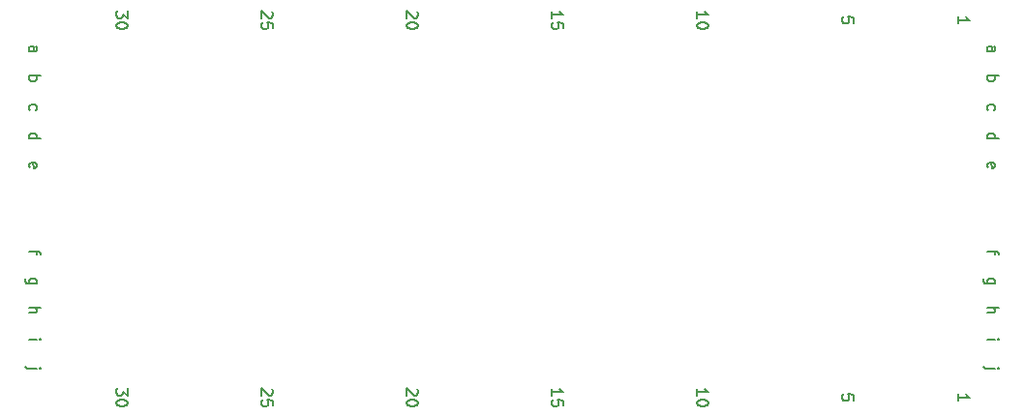
<source format=gbr>
%TF.GenerationSoftware,KiCad,Pcbnew,5.1.9-73d0e3b20d~88~ubuntu20.04.1*%
%TF.CreationDate,2021-01-27T17:21:08-06:00*%
%TF.ProjectId,ProtoPCBs,50726f74-6f50-4434-9273-2e6b69636164,rev?*%
%TF.SameCoordinates,Original*%
%TF.FileFunction,Legend,Top*%
%TF.FilePolarity,Positive*%
%FSLAX46Y46*%
G04 Gerber Fmt 4.6, Leading zero omitted, Abs format (unit mm)*
G04 Created by KiCad (PCBNEW 5.1.9-73d0e3b20d~88~ubuntu20.04.1) date 2021-01-27 17:21:08*
%MOMM*%
%LPD*%
G01*
G04 APERTURE LIST*
%ADD10C,0.150000*%
G04 APERTURE END LIST*
D10*
X149407619Y-66254285D02*
X149931428Y-66254285D01*
X150026666Y-66206666D01*
X150074285Y-66111428D01*
X150074285Y-65920952D01*
X150026666Y-65825714D01*
X149455238Y-66254285D02*
X149407619Y-66159047D01*
X149407619Y-65920952D01*
X149455238Y-65825714D01*
X149550476Y-65778095D01*
X149645714Y-65778095D01*
X149740952Y-65825714D01*
X149788571Y-65920952D01*
X149788571Y-66159047D01*
X149836190Y-66254285D01*
X149407619Y-68365714D02*
X150407619Y-68365714D01*
X150026666Y-68365714D02*
X150074285Y-68460952D01*
X150074285Y-68651428D01*
X150026666Y-68746666D01*
X149979047Y-68794285D01*
X149883809Y-68841904D01*
X149598095Y-68841904D01*
X149502857Y-68794285D01*
X149455238Y-68746666D01*
X149407619Y-68651428D01*
X149407619Y-68460952D01*
X149455238Y-68365714D01*
X149455238Y-71358095D02*
X149407619Y-71262857D01*
X149407619Y-71072380D01*
X149455238Y-70977142D01*
X149502857Y-70929523D01*
X149598095Y-70881904D01*
X149883809Y-70881904D01*
X149979047Y-70929523D01*
X150026666Y-70977142D01*
X150074285Y-71072380D01*
X150074285Y-71262857D01*
X150026666Y-71358095D01*
X149407619Y-73874285D02*
X150407619Y-73874285D01*
X149455238Y-73874285D02*
X149407619Y-73779047D01*
X149407619Y-73588571D01*
X149455238Y-73493333D01*
X149502857Y-73445714D01*
X149598095Y-73398095D01*
X149883809Y-73398095D01*
X149979047Y-73445714D01*
X150026666Y-73493333D01*
X150074285Y-73588571D01*
X150074285Y-73779047D01*
X150026666Y-73874285D01*
X149455238Y-76390476D02*
X149407619Y-76295238D01*
X149407619Y-76104761D01*
X149455238Y-76009523D01*
X149550476Y-75961904D01*
X149931428Y-75961904D01*
X150026666Y-76009523D01*
X150074285Y-76104761D01*
X150074285Y-76295238D01*
X150026666Y-76390476D01*
X149931428Y-76438095D01*
X149836190Y-76438095D01*
X149740952Y-75961904D01*
X150074285Y-83629523D02*
X150074285Y-84010476D01*
X149407619Y-83772380D02*
X150264761Y-83772380D01*
X150360000Y-83820000D01*
X150407619Y-83915238D01*
X150407619Y-84010476D01*
X150074285Y-86574285D02*
X149264761Y-86574285D01*
X149169523Y-86526666D01*
X149121904Y-86479047D01*
X149074285Y-86383809D01*
X149074285Y-86240952D01*
X149121904Y-86145714D01*
X149455238Y-86574285D02*
X149407619Y-86479047D01*
X149407619Y-86288571D01*
X149455238Y-86193333D01*
X149502857Y-86145714D01*
X149598095Y-86098095D01*
X149883809Y-86098095D01*
X149979047Y-86145714D01*
X150026666Y-86193333D01*
X150074285Y-86288571D01*
X150074285Y-86479047D01*
X150026666Y-86574285D01*
X149407619Y-88685714D02*
X150407619Y-88685714D01*
X149407619Y-89114285D02*
X149931428Y-89114285D01*
X150026666Y-89066666D01*
X150074285Y-88971428D01*
X150074285Y-88828571D01*
X150026666Y-88733333D01*
X149979047Y-88685714D01*
X149407619Y-91440000D02*
X150074285Y-91440000D01*
X150407619Y-91440000D02*
X150360000Y-91392380D01*
X150312380Y-91440000D01*
X150360000Y-91487619D01*
X150407619Y-91440000D01*
X150312380Y-91440000D01*
X150074285Y-93980000D02*
X149217142Y-93980000D01*
X149121904Y-93932380D01*
X149074285Y-93837142D01*
X149074285Y-93789523D01*
X150407619Y-93980000D02*
X150360000Y-93932380D01*
X150312380Y-93980000D01*
X150360000Y-94027619D01*
X150407619Y-93980000D01*
X150312380Y-93980000D01*
X233894285Y-93980000D02*
X233037142Y-93980000D01*
X232941904Y-93932380D01*
X232894285Y-93837142D01*
X232894285Y-93789523D01*
X234227619Y-93980000D02*
X234180000Y-93932380D01*
X234132380Y-93980000D01*
X234180000Y-94027619D01*
X234227619Y-93980000D01*
X234132380Y-93980000D01*
X233227619Y-91440000D02*
X233894285Y-91440000D01*
X234227619Y-91440000D02*
X234180000Y-91392380D01*
X234132380Y-91440000D01*
X234180000Y-91487619D01*
X234227619Y-91440000D01*
X234132380Y-91440000D01*
X233227619Y-88685714D02*
X234227619Y-88685714D01*
X233227619Y-89114285D02*
X233751428Y-89114285D01*
X233846666Y-89066666D01*
X233894285Y-88971428D01*
X233894285Y-88828571D01*
X233846666Y-88733333D01*
X233799047Y-88685714D01*
X233894285Y-86574285D02*
X233084761Y-86574285D01*
X232989523Y-86526666D01*
X232941904Y-86479047D01*
X232894285Y-86383809D01*
X232894285Y-86240952D01*
X232941904Y-86145714D01*
X233275238Y-86574285D02*
X233227619Y-86479047D01*
X233227619Y-86288571D01*
X233275238Y-86193333D01*
X233322857Y-86145714D01*
X233418095Y-86098095D01*
X233703809Y-86098095D01*
X233799047Y-86145714D01*
X233846666Y-86193333D01*
X233894285Y-86288571D01*
X233894285Y-86479047D01*
X233846666Y-86574285D01*
X233894285Y-83629523D02*
X233894285Y-84010476D01*
X233227619Y-83772380D02*
X234084761Y-83772380D01*
X234180000Y-83820000D01*
X234227619Y-83915238D01*
X234227619Y-84010476D01*
X233275238Y-76390476D02*
X233227619Y-76295238D01*
X233227619Y-76104761D01*
X233275238Y-76009523D01*
X233370476Y-75961904D01*
X233751428Y-75961904D01*
X233846666Y-76009523D01*
X233894285Y-76104761D01*
X233894285Y-76295238D01*
X233846666Y-76390476D01*
X233751428Y-76438095D01*
X233656190Y-76438095D01*
X233560952Y-75961904D01*
X233227619Y-73874285D02*
X234227619Y-73874285D01*
X233275238Y-73874285D02*
X233227619Y-73779047D01*
X233227619Y-73588571D01*
X233275238Y-73493333D01*
X233322857Y-73445714D01*
X233418095Y-73398095D01*
X233703809Y-73398095D01*
X233799047Y-73445714D01*
X233846666Y-73493333D01*
X233894285Y-73588571D01*
X233894285Y-73779047D01*
X233846666Y-73874285D01*
X233275238Y-71358095D02*
X233227619Y-71262857D01*
X233227619Y-71072380D01*
X233275238Y-70977142D01*
X233322857Y-70929523D01*
X233418095Y-70881904D01*
X233703809Y-70881904D01*
X233799047Y-70929523D01*
X233846666Y-70977142D01*
X233894285Y-71072380D01*
X233894285Y-71262857D01*
X233846666Y-71358095D01*
X233227619Y-68365714D02*
X234227619Y-68365714D01*
X233846666Y-68365714D02*
X233894285Y-68460952D01*
X233894285Y-68651428D01*
X233846666Y-68746666D01*
X233799047Y-68794285D01*
X233703809Y-68841904D01*
X233418095Y-68841904D01*
X233322857Y-68794285D01*
X233275238Y-68746666D01*
X233227619Y-68651428D01*
X233227619Y-68460952D01*
X233275238Y-68365714D01*
X233227619Y-66254285D02*
X233751428Y-66254285D01*
X233846666Y-66206666D01*
X233894285Y-66111428D01*
X233894285Y-65920952D01*
X233846666Y-65825714D01*
X233275238Y-66254285D02*
X233227619Y-66159047D01*
X233227619Y-65920952D01*
X233275238Y-65825714D01*
X233370476Y-65778095D01*
X233465714Y-65778095D01*
X233560952Y-65825714D01*
X233608571Y-65920952D01*
X233608571Y-66159047D01*
X233656190Y-66254285D01*
X158027619Y-95710476D02*
X158027619Y-96329523D01*
X157646666Y-95996190D01*
X157646666Y-96139047D01*
X157599047Y-96234285D01*
X157551428Y-96281904D01*
X157456190Y-96329523D01*
X157218095Y-96329523D01*
X157122857Y-96281904D01*
X157075238Y-96234285D01*
X157027619Y-96139047D01*
X157027619Y-95853333D01*
X157075238Y-95758095D01*
X157122857Y-95710476D01*
X158027619Y-96948571D02*
X158027619Y-97043809D01*
X157980000Y-97139047D01*
X157932380Y-97186666D01*
X157837142Y-97234285D01*
X157646666Y-97281904D01*
X157408571Y-97281904D01*
X157218095Y-97234285D01*
X157122857Y-97186666D01*
X157075238Y-97139047D01*
X157027619Y-97043809D01*
X157027619Y-96948571D01*
X157075238Y-96853333D01*
X157122857Y-96805714D01*
X157218095Y-96758095D01*
X157408571Y-96710476D01*
X157646666Y-96710476D01*
X157837142Y-96758095D01*
X157932380Y-96805714D01*
X157980000Y-96853333D01*
X158027619Y-96948571D01*
X221527619Y-96758095D02*
X221527619Y-96281904D01*
X221051428Y-96234285D01*
X221099047Y-96281904D01*
X221146666Y-96377142D01*
X221146666Y-96615238D01*
X221099047Y-96710476D01*
X221051428Y-96758095D01*
X220956190Y-96805714D01*
X220718095Y-96805714D01*
X220622857Y-96758095D01*
X220575238Y-96710476D01*
X220527619Y-96615238D01*
X220527619Y-96377142D01*
X220575238Y-96281904D01*
X220622857Y-96234285D01*
X230687619Y-96805714D02*
X230687619Y-96234285D01*
X230687619Y-96520000D02*
X231687619Y-96520000D01*
X231544761Y-96424761D01*
X231449523Y-96329523D01*
X231401904Y-96234285D01*
X170632380Y-95758095D02*
X170680000Y-95805714D01*
X170727619Y-95900952D01*
X170727619Y-96139047D01*
X170680000Y-96234285D01*
X170632380Y-96281904D01*
X170537142Y-96329523D01*
X170441904Y-96329523D01*
X170299047Y-96281904D01*
X169727619Y-95710476D01*
X169727619Y-96329523D01*
X170727619Y-97234285D02*
X170727619Y-96758095D01*
X170251428Y-96710476D01*
X170299047Y-96758095D01*
X170346666Y-96853333D01*
X170346666Y-97091428D01*
X170299047Y-97186666D01*
X170251428Y-97234285D01*
X170156190Y-97281904D01*
X169918095Y-97281904D01*
X169822857Y-97234285D01*
X169775238Y-97186666D01*
X169727619Y-97091428D01*
X169727619Y-96853333D01*
X169775238Y-96758095D01*
X169822857Y-96710476D01*
X183332380Y-95758095D02*
X183380000Y-95805714D01*
X183427619Y-95900952D01*
X183427619Y-96139047D01*
X183380000Y-96234285D01*
X183332380Y-96281904D01*
X183237142Y-96329523D01*
X183141904Y-96329523D01*
X182999047Y-96281904D01*
X182427619Y-95710476D01*
X182427619Y-96329523D01*
X183427619Y-96948571D02*
X183427619Y-97043809D01*
X183380000Y-97139047D01*
X183332380Y-97186666D01*
X183237142Y-97234285D01*
X183046666Y-97281904D01*
X182808571Y-97281904D01*
X182618095Y-97234285D01*
X182522857Y-97186666D01*
X182475238Y-97139047D01*
X182427619Y-97043809D01*
X182427619Y-96948571D01*
X182475238Y-96853333D01*
X182522857Y-96805714D01*
X182618095Y-96758095D01*
X182808571Y-96710476D01*
X183046666Y-96710476D01*
X183237142Y-96758095D01*
X183332380Y-96805714D01*
X183380000Y-96853333D01*
X183427619Y-96948571D01*
X207827619Y-96329523D02*
X207827619Y-95758095D01*
X207827619Y-96043809D02*
X208827619Y-96043809D01*
X208684761Y-95948571D01*
X208589523Y-95853333D01*
X208541904Y-95758095D01*
X208827619Y-96948571D02*
X208827619Y-97043809D01*
X208780000Y-97139047D01*
X208732380Y-97186666D01*
X208637142Y-97234285D01*
X208446666Y-97281904D01*
X208208571Y-97281904D01*
X208018095Y-97234285D01*
X207922857Y-97186666D01*
X207875238Y-97139047D01*
X207827619Y-97043809D01*
X207827619Y-96948571D01*
X207875238Y-96853333D01*
X207922857Y-96805714D01*
X208018095Y-96758095D01*
X208208571Y-96710476D01*
X208446666Y-96710476D01*
X208637142Y-96758095D01*
X208732380Y-96805714D01*
X208780000Y-96853333D01*
X208827619Y-96948571D01*
X195127619Y-96329523D02*
X195127619Y-95758095D01*
X195127619Y-96043809D02*
X196127619Y-96043809D01*
X195984761Y-95948571D01*
X195889523Y-95853333D01*
X195841904Y-95758095D01*
X196127619Y-97234285D02*
X196127619Y-96758095D01*
X195651428Y-96710476D01*
X195699047Y-96758095D01*
X195746666Y-96853333D01*
X195746666Y-97091428D01*
X195699047Y-97186666D01*
X195651428Y-97234285D01*
X195556190Y-97281904D01*
X195318095Y-97281904D01*
X195222857Y-97234285D01*
X195175238Y-97186666D01*
X195127619Y-97091428D01*
X195127619Y-96853333D01*
X195175238Y-96758095D01*
X195222857Y-96710476D01*
X158027619Y-62690476D02*
X158027619Y-63309523D01*
X157646666Y-62976190D01*
X157646666Y-63119047D01*
X157599047Y-63214285D01*
X157551428Y-63261904D01*
X157456190Y-63309523D01*
X157218095Y-63309523D01*
X157122857Y-63261904D01*
X157075238Y-63214285D01*
X157027619Y-63119047D01*
X157027619Y-62833333D01*
X157075238Y-62738095D01*
X157122857Y-62690476D01*
X158027619Y-63928571D02*
X158027619Y-64023809D01*
X157980000Y-64119047D01*
X157932380Y-64166666D01*
X157837142Y-64214285D01*
X157646666Y-64261904D01*
X157408571Y-64261904D01*
X157218095Y-64214285D01*
X157122857Y-64166666D01*
X157075238Y-64119047D01*
X157027619Y-64023809D01*
X157027619Y-63928571D01*
X157075238Y-63833333D01*
X157122857Y-63785714D01*
X157218095Y-63738095D01*
X157408571Y-63690476D01*
X157646666Y-63690476D01*
X157837142Y-63738095D01*
X157932380Y-63785714D01*
X157980000Y-63833333D01*
X158027619Y-63928571D01*
X170632380Y-62738095D02*
X170680000Y-62785714D01*
X170727619Y-62880952D01*
X170727619Y-63119047D01*
X170680000Y-63214285D01*
X170632380Y-63261904D01*
X170537142Y-63309523D01*
X170441904Y-63309523D01*
X170299047Y-63261904D01*
X169727619Y-62690476D01*
X169727619Y-63309523D01*
X170727619Y-64214285D02*
X170727619Y-63738095D01*
X170251428Y-63690476D01*
X170299047Y-63738095D01*
X170346666Y-63833333D01*
X170346666Y-64071428D01*
X170299047Y-64166666D01*
X170251428Y-64214285D01*
X170156190Y-64261904D01*
X169918095Y-64261904D01*
X169822857Y-64214285D01*
X169775238Y-64166666D01*
X169727619Y-64071428D01*
X169727619Y-63833333D01*
X169775238Y-63738095D01*
X169822857Y-63690476D01*
X183332380Y-62738095D02*
X183380000Y-62785714D01*
X183427619Y-62880952D01*
X183427619Y-63119047D01*
X183380000Y-63214285D01*
X183332380Y-63261904D01*
X183237142Y-63309523D01*
X183141904Y-63309523D01*
X182999047Y-63261904D01*
X182427619Y-62690476D01*
X182427619Y-63309523D01*
X183427619Y-63928571D02*
X183427619Y-64023809D01*
X183380000Y-64119047D01*
X183332380Y-64166666D01*
X183237142Y-64214285D01*
X183046666Y-64261904D01*
X182808571Y-64261904D01*
X182618095Y-64214285D01*
X182522857Y-64166666D01*
X182475238Y-64119047D01*
X182427619Y-64023809D01*
X182427619Y-63928571D01*
X182475238Y-63833333D01*
X182522857Y-63785714D01*
X182618095Y-63738095D01*
X182808571Y-63690476D01*
X183046666Y-63690476D01*
X183237142Y-63738095D01*
X183332380Y-63785714D01*
X183380000Y-63833333D01*
X183427619Y-63928571D01*
X195127619Y-63309523D02*
X195127619Y-62738095D01*
X195127619Y-63023809D02*
X196127619Y-63023809D01*
X195984761Y-62928571D01*
X195889523Y-62833333D01*
X195841904Y-62738095D01*
X196127619Y-64214285D02*
X196127619Y-63738095D01*
X195651428Y-63690476D01*
X195699047Y-63738095D01*
X195746666Y-63833333D01*
X195746666Y-64071428D01*
X195699047Y-64166666D01*
X195651428Y-64214285D01*
X195556190Y-64261904D01*
X195318095Y-64261904D01*
X195222857Y-64214285D01*
X195175238Y-64166666D01*
X195127619Y-64071428D01*
X195127619Y-63833333D01*
X195175238Y-63738095D01*
X195222857Y-63690476D01*
X207827619Y-63309523D02*
X207827619Y-62738095D01*
X207827619Y-63023809D02*
X208827619Y-63023809D01*
X208684761Y-62928571D01*
X208589523Y-62833333D01*
X208541904Y-62738095D01*
X208827619Y-63928571D02*
X208827619Y-64023809D01*
X208780000Y-64119047D01*
X208732380Y-64166666D01*
X208637142Y-64214285D01*
X208446666Y-64261904D01*
X208208571Y-64261904D01*
X208018095Y-64214285D01*
X207922857Y-64166666D01*
X207875238Y-64119047D01*
X207827619Y-64023809D01*
X207827619Y-63928571D01*
X207875238Y-63833333D01*
X207922857Y-63785714D01*
X208018095Y-63738095D01*
X208208571Y-63690476D01*
X208446666Y-63690476D01*
X208637142Y-63738095D01*
X208732380Y-63785714D01*
X208780000Y-63833333D01*
X208827619Y-63928571D01*
X221527619Y-63738095D02*
X221527619Y-63261904D01*
X221051428Y-63214285D01*
X221099047Y-63261904D01*
X221146666Y-63357142D01*
X221146666Y-63595238D01*
X221099047Y-63690476D01*
X221051428Y-63738095D01*
X220956190Y-63785714D01*
X220718095Y-63785714D01*
X220622857Y-63738095D01*
X220575238Y-63690476D01*
X220527619Y-63595238D01*
X220527619Y-63357142D01*
X220575238Y-63261904D01*
X220622857Y-63214285D01*
X230687619Y-63785714D02*
X230687619Y-63214285D01*
X230687619Y-63500000D02*
X231687619Y-63500000D01*
X231544761Y-63404761D01*
X231449523Y-63309523D01*
X231401904Y-63214285D01*
M02*

</source>
